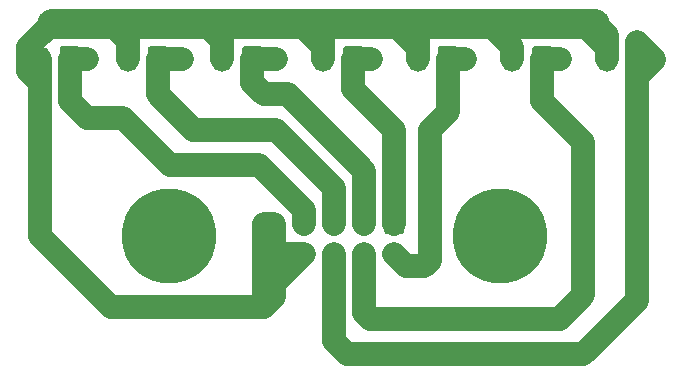
<source format=gbr>
%TF.GenerationSoftware,KiCad,Pcbnew,5.1.9*%
%TF.CreationDate,2021-06-10T12:10:05+02:00*%
%TF.ProjectId,breakout,62726561-6b6f-4757-942e-6b696361645f,rev?*%
%TF.SameCoordinates,Original*%
%TF.FileFunction,Copper,L2,Bot*%
%TF.FilePolarity,Positive*%
%FSLAX46Y46*%
G04 Gerber Fmt 4.6, Leading zero omitted, Abs format (unit mm)*
G04 Created by KiCad (PCBNEW 5.1.9) date 2021-06-10 12:10:05*
%MOMM*%
%LPD*%
G01*
G04 APERTURE LIST*
%TA.AperFunction,ComponentPad*%
%ADD10C,8.000000*%
%TD*%
%TA.AperFunction,ComponentPad*%
%ADD11C,1.700000*%
%TD*%
%TA.AperFunction,ComponentPad*%
%ADD12O,1.740000X2.190000*%
%TD*%
%TA.AperFunction,Conductor*%
%ADD13C,2.000000*%
%TD*%
%TA.AperFunction,Conductor*%
%ADD14C,1.500000*%
%TD*%
%TA.AperFunction,Conductor*%
%ADD15C,2.500000*%
%TD*%
G04 APERTURE END LIST*
D10*
%TO.P,J0,MP*%
%TO.N,N/C*%
X143900000Y-77020000D03*
X171940000Y-77020000D03*
D11*
%TO.P,J0,10*%
%TO.N,/+12V*%
X152840000Y-78540000D03*
%TO.P,J0,8*%
X155380000Y-78540000D03*
%TO.P,J0,6*%
%TO.N,/SEG_A*%
X157920000Y-78540000D03*
%TO.P,J0,4*%
%TO.N,/SEG_B*%
X160460000Y-78540000D03*
%TO.P,J0,2*%
%TO.N,/SEG_C*%
X163000000Y-78540000D03*
%TO.P,J0,9*%
%TO.N,/+12V*%
X152840000Y-76000000D03*
%TO.P,J0,7*%
%TO.N,/SEG_G*%
X155380000Y-76000000D03*
%TO.P,J0,5*%
%TO.N,/SEG_F*%
X157920000Y-76000000D03*
%TO.P,J0,3*%
%TO.N,/SEG_E*%
X160460000Y-76000000D03*
%TO.P,J0,1*%
%TO.N,/SEG_D*%
%TA.AperFunction,ComponentPad*%
G36*
G01*
X162400000Y-75150000D02*
X163600000Y-75150000D01*
G75*
G02*
X163850000Y-75400000I0J-250000D01*
G01*
X163850000Y-76600000D01*
G75*
G02*
X163600000Y-76850000I-250000J0D01*
G01*
X162400000Y-76850000D01*
G75*
G02*
X162150000Y-76600000I0J250000D01*
G01*
X162150000Y-75400000D01*
G75*
G02*
X162400000Y-75150000I250000J0D01*
G01*
G37*
%TD.AperFunction*%
%TD*%
D12*
%TO.P,J7,2*%
%TO.N,/+12V*%
X133000000Y-62000000D03*
%TO.P,J7,1*%
%TO.N,/SEG_G*%
%TA.AperFunction,ComponentPad*%
G36*
G01*
X136410000Y-61154999D02*
X136410000Y-62845001D01*
G75*
G02*
X136160001Y-63095000I-249999J0D01*
G01*
X134919999Y-63095000D01*
G75*
G02*
X134670000Y-62845001I0J249999D01*
G01*
X134670000Y-61154999D01*
G75*
G02*
X134919999Y-60905000I249999J0D01*
G01*
X136160001Y-60905000D01*
G75*
G02*
X136410000Y-61154999I0J-249999D01*
G01*
G37*
%TD.AperFunction*%
%TD*%
%TO.P,J6,2*%
%TO.N,/+12V*%
X181000000Y-62000000D03*
%TO.P,J6,1*%
%TO.N,/SEG_A*%
%TA.AperFunction,ComponentPad*%
G36*
G01*
X184410000Y-61154999D02*
X184410000Y-62845001D01*
G75*
G02*
X184160001Y-63095000I-249999J0D01*
G01*
X182919999Y-63095000D01*
G75*
G02*
X182670000Y-62845001I0J249999D01*
G01*
X182670000Y-61154999D01*
G75*
G02*
X182919999Y-60905000I249999J0D01*
G01*
X184160001Y-60905000D01*
G75*
G02*
X184410000Y-61154999I0J-249999D01*
G01*
G37*
%TD.AperFunction*%
%TD*%
%TO.P,J5,2*%
%TO.N,/+12V*%
X140460000Y-62000000D03*
%TO.P,J5,1*%
%TO.N,/SEG_F*%
%TA.AperFunction,ComponentPad*%
G36*
G01*
X143870000Y-61154999D02*
X143870000Y-62845001D01*
G75*
G02*
X143620001Y-63095000I-249999J0D01*
G01*
X142379999Y-63095000D01*
G75*
G02*
X142130000Y-62845001I0J249999D01*
G01*
X142130000Y-61154999D01*
G75*
G02*
X142379999Y-60905000I249999J0D01*
G01*
X143620001Y-60905000D01*
G75*
G02*
X143870000Y-61154999I0J-249999D01*
G01*
G37*
%TD.AperFunction*%
%TD*%
%TO.P,J4,2*%
%TO.N,/+12V*%
X173000000Y-62000000D03*
%TO.P,J4,1*%
%TO.N,/SEG_B*%
%TA.AperFunction,ComponentPad*%
G36*
G01*
X176410000Y-61154999D02*
X176410000Y-62845001D01*
G75*
G02*
X176160001Y-63095000I-249999J0D01*
G01*
X174919999Y-63095000D01*
G75*
G02*
X174670000Y-62845001I0J249999D01*
G01*
X174670000Y-61154999D01*
G75*
G02*
X174919999Y-60905000I249999J0D01*
G01*
X176160001Y-60905000D01*
G75*
G02*
X176410000Y-61154999I0J-249999D01*
G01*
G37*
%TD.AperFunction*%
%TD*%
%TO.P,J3,2*%
%TO.N,/+12V*%
X148460000Y-62000000D03*
%TO.P,J3,1*%
%TO.N,/SEG_E*%
%TA.AperFunction,ComponentPad*%
G36*
G01*
X151870000Y-61154999D02*
X151870000Y-62845001D01*
G75*
G02*
X151620001Y-63095000I-249999J0D01*
G01*
X150379999Y-63095000D01*
G75*
G02*
X150130000Y-62845001I0J249999D01*
G01*
X150130000Y-61154999D01*
G75*
G02*
X150379999Y-60905000I249999J0D01*
G01*
X151620001Y-60905000D01*
G75*
G02*
X151870000Y-61154999I0J-249999D01*
G01*
G37*
%TD.AperFunction*%
%TD*%
%TO.P,J2,2*%
%TO.N,/+12V*%
X165000000Y-62000000D03*
%TO.P,J2,1*%
%TO.N,/SEG_C*%
%TA.AperFunction,ComponentPad*%
G36*
G01*
X168410000Y-61154999D02*
X168410000Y-62845001D01*
G75*
G02*
X168160001Y-63095000I-249999J0D01*
G01*
X166919999Y-63095000D01*
G75*
G02*
X166670000Y-62845001I0J249999D01*
G01*
X166670000Y-61154999D01*
G75*
G02*
X166919999Y-60905000I249999J0D01*
G01*
X168160001Y-60905000D01*
G75*
G02*
X168410000Y-61154999I0J-249999D01*
G01*
G37*
%TD.AperFunction*%
%TD*%
%TO.P,J1,2*%
%TO.N,/+12V*%
X157000000Y-62000000D03*
%TO.P,J1,1*%
%TO.N,/SEG_D*%
%TA.AperFunction,ComponentPad*%
G36*
G01*
X160410000Y-61154999D02*
X160410000Y-62845001D01*
G75*
G02*
X160160001Y-63095000I-249999J0D01*
G01*
X158919999Y-63095000D01*
G75*
G02*
X158670000Y-62845001I0J249999D01*
G01*
X158670000Y-61154999D01*
G75*
G02*
X158919999Y-60905000I249999J0D01*
G01*
X160160001Y-60905000D01*
G75*
G02*
X160410000Y-61154999I0J-249999D01*
G01*
G37*
%TD.AperFunction*%
%TD*%
D13*
%TO.N,/SEG_D*%
X159540000Y-64540000D02*
X159540000Y-62000000D01*
X163000000Y-68000000D02*
X159540000Y-64540000D01*
X163000000Y-76000000D02*
X163000000Y-68000000D01*
X159540000Y-62000000D02*
X161000000Y-62000000D01*
%TO.N,/SEG_C*%
X167540000Y-62000000D02*
X169000000Y-62000000D01*
X164000000Y-79540000D02*
X163000000Y-78540000D01*
X165540000Y-79540000D02*
X164000000Y-79540000D01*
X166000000Y-79080000D02*
X165540000Y-79540000D01*
X166000000Y-68000000D02*
X166000000Y-79080000D01*
X167540000Y-66460000D02*
X166000000Y-68000000D01*
X167540000Y-62000000D02*
X167540000Y-66460000D01*
%TO.N,/SEG_E*%
X151000000Y-64000000D02*
X151000000Y-62000000D01*
X160460000Y-71460000D02*
X154000000Y-65000000D01*
X160460000Y-76000000D02*
X160460000Y-71460000D01*
X151000000Y-62000000D02*
X152000000Y-62000000D01*
X152000000Y-65000000D02*
X151000000Y-64000000D01*
X154000000Y-65000000D02*
X152000000Y-65000000D01*
X151000000Y-62000000D02*
X153000000Y-62000000D01*
%TO.N,/SEG_B*%
X175540000Y-65540000D02*
X175540000Y-62000000D01*
X160460000Y-78540000D02*
X160460000Y-83540000D01*
X160460000Y-83540000D02*
X160920000Y-84000000D01*
X177000000Y-84000000D02*
X179000000Y-82000000D01*
X179000000Y-69000000D02*
X175540000Y-65540000D01*
X160920000Y-84000000D02*
X177000000Y-84000000D01*
X179000000Y-82000000D02*
X179000000Y-69000000D01*
X175540000Y-62000000D02*
X177000000Y-62000000D01*
%TO.N,/SEG_F*%
X157920000Y-76000000D02*
X157920000Y-72920000D01*
X157920000Y-72920000D02*
X153000000Y-68000000D01*
X153000000Y-68000000D02*
X146000000Y-68000000D01*
X146000000Y-68000000D02*
X143000000Y-65000000D01*
X143000000Y-65000000D02*
X143000000Y-62000000D01*
X143000000Y-62000000D02*
X144000000Y-62000000D01*
X143000000Y-62000000D02*
X145000000Y-62000000D01*
%TO.N,/SEG_A*%
X179000000Y-87000000D02*
X183540000Y-82460000D01*
X159000000Y-87000000D02*
X179000000Y-87000000D01*
X157920000Y-85920000D02*
X159000000Y-87000000D01*
X157920000Y-78540000D02*
X157920000Y-85920000D01*
X185000000Y-62000000D02*
X183540000Y-62000000D01*
X183540000Y-60540000D02*
X185000000Y-62000000D01*
X183540000Y-62000000D02*
X183540000Y-60540000D01*
X185000000Y-62080000D02*
X183540000Y-63540000D01*
X185000000Y-62000000D02*
X185000000Y-62080000D01*
X183540000Y-63540000D02*
X183540000Y-62000000D01*
X183540000Y-82460000D02*
X183540000Y-63540000D01*
%TO.N,/SEG_G*%
X135540000Y-65540000D02*
X135540000Y-62000000D01*
X137000000Y-67000000D02*
X135540000Y-65540000D01*
X144000000Y-71000000D02*
X140000000Y-67000000D01*
X151582081Y-71000000D02*
X144000000Y-71000000D01*
X155380000Y-74797919D02*
X151582081Y-71000000D01*
X140000000Y-67000000D02*
X137000000Y-67000000D01*
X155380000Y-76000000D02*
X155380000Y-74797919D01*
X135540000Y-62000000D02*
X137000000Y-62000000D01*
D14*
%TO.N,/+12V*%
X165460000Y-59540000D02*
X166000000Y-59000000D01*
X158000000Y-59000000D02*
X166000000Y-59000000D01*
X173460000Y-59540000D02*
X174000000Y-59000000D01*
X174000000Y-59000000D02*
X177460000Y-59000000D01*
X166000000Y-59000000D02*
X174000000Y-59000000D01*
X156000000Y-59000000D02*
X158000000Y-59000000D01*
X150000000Y-59000000D02*
X156000000Y-59000000D01*
D15*
X164000000Y-59000000D02*
X167000000Y-59000000D01*
X175000000Y-59000000D02*
X177460000Y-59000000D01*
X172000000Y-59000000D02*
X175000000Y-59000000D01*
X177000000Y-59000000D02*
X179000000Y-59000000D01*
D14*
X177000000Y-59000000D02*
X172000000Y-59000000D01*
D13*
X152840000Y-76000000D02*
X152840000Y-78540000D01*
X152840000Y-78540000D02*
X155380000Y-78540000D01*
X152840000Y-78540000D02*
X152840000Y-82160000D01*
X152840000Y-82160000D02*
X152779999Y-82220001D01*
D15*
X179000000Y-59000000D02*
X180000000Y-59000000D01*
D14*
X142000000Y-59000000D02*
X150000000Y-59000000D01*
X141000000Y-59000000D02*
X142000000Y-59000000D01*
D13*
X139000000Y-83000000D02*
X133000000Y-77000000D01*
X152000000Y-83000000D02*
X139000000Y-83000000D01*
X133000000Y-60000000D02*
X134000000Y-59000000D01*
X140460000Y-59540000D02*
X141000000Y-59000000D01*
X140460000Y-62000000D02*
X140460000Y-59540000D01*
X157000000Y-60000000D02*
X156000000Y-59000000D01*
X157000000Y-62000000D02*
X157000000Y-60000000D01*
X165000000Y-60000000D02*
X164000000Y-59000000D01*
X165000000Y-62000000D02*
X165000000Y-60000000D01*
X140460000Y-60460000D02*
X139000000Y-59000000D01*
X140460000Y-62000000D02*
X140460000Y-60460000D01*
D15*
X139000000Y-59000000D02*
X134000000Y-59000000D01*
X141000000Y-59000000D02*
X139000000Y-59000000D01*
D13*
X148460000Y-59460000D02*
X148000000Y-59000000D01*
X148460000Y-62000000D02*
X148460000Y-59460000D01*
X148460000Y-60460000D02*
X147000000Y-59000000D01*
X148460000Y-62000000D02*
X148460000Y-60460000D01*
D15*
X147000000Y-59000000D02*
X148000000Y-59000000D01*
D13*
X165000000Y-61000000D02*
X163000000Y-59000000D01*
X165000000Y-62000000D02*
X165000000Y-61000000D01*
D15*
X163000000Y-59000000D02*
X164000000Y-59000000D01*
X159000000Y-59000000D02*
X163000000Y-59000000D01*
D13*
X157000000Y-61000000D02*
X155000000Y-59000000D01*
X157000000Y-62000000D02*
X157000000Y-61000000D01*
D15*
X155000000Y-59000000D02*
X159000000Y-59000000D01*
X148000000Y-59000000D02*
X155000000Y-59000000D01*
X141000000Y-59000000D02*
X147000000Y-59000000D01*
D13*
X173000000Y-61000000D02*
X171000000Y-59000000D01*
X173000000Y-62000000D02*
X173000000Y-61000000D01*
D15*
X171000000Y-59000000D02*
X172000000Y-59000000D01*
X167000000Y-59000000D02*
X171000000Y-59000000D01*
D13*
X181000000Y-60000000D02*
X180000000Y-59000000D01*
X181000000Y-62000000D02*
X181000000Y-60000000D01*
X181000000Y-61000000D02*
X179000000Y-59000000D01*
X181000000Y-62000000D02*
X181000000Y-61000000D01*
X133000000Y-62000000D02*
X132000000Y-62000000D01*
X132000000Y-61000000D02*
X133000000Y-60000000D01*
X132000000Y-62000000D02*
X132000000Y-61000000D01*
X132000000Y-63000000D02*
X133000000Y-64000000D01*
X132000000Y-62000000D02*
X132000000Y-63000000D01*
X133000000Y-64000000D02*
X133000000Y-62000000D01*
X133000000Y-77000000D02*
X133000000Y-64000000D01*
X152840000Y-76000000D02*
X152000000Y-76000000D01*
X152000000Y-82000000D02*
X152500000Y-82500000D01*
X152000000Y-76000000D02*
X152000000Y-82000000D01*
X152500000Y-82500000D02*
X152000000Y-83000000D01*
X152840000Y-82160000D02*
X152500000Y-82500000D01*
X152840000Y-81080000D02*
X152840000Y-82160000D01*
X155380000Y-78540000D02*
X152840000Y-81080000D01*
%TD*%
M02*

</source>
